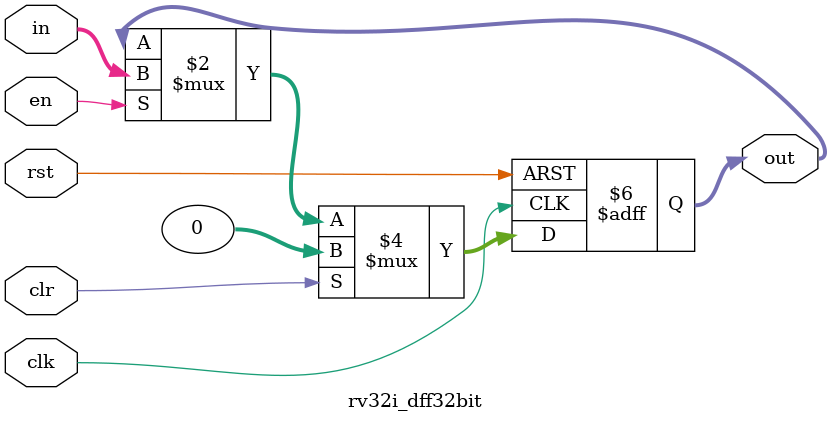
<source format=v>
module rv32i_dff32bit(clk, rst, in, en, clr, out);
input clk, rst;
input [31:0] in;
input en;
input clr;
output reg [31:0] out;

always @(posedge rst, posedge clk)
begin
if(rst) out<=0;
else
begin 
	if(clr) out<=0;
	else out<=(en)?in:out;
end
end

endmodule

</source>
